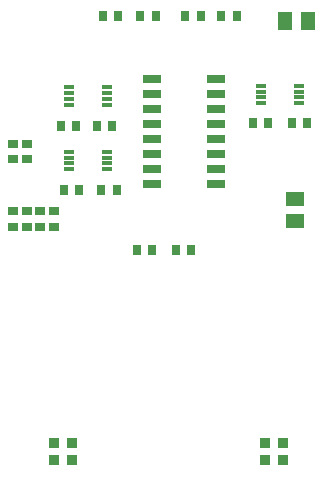
<source format=gbr>
G04 EAGLE Gerber RS-274X export*
G75*
%MOMM*%
%FSLAX34Y34*%
%LPD*%
%INSolderpaste Top*%
%IPPOS*%
%AMOC8*
5,1,8,0,0,1.08239X$1,22.5*%
G01*
%ADD10R,0.850000X0.300000*%
%ADD11R,0.900000X0.700000*%
%ADD12R,0.700000X0.900000*%
%ADD13R,1.525000X0.650000*%
%ADD14R,1.300000X1.500000*%
%ADD15R,0.950000X0.900000*%
%ADD16R,1.500000X1.300000*%


D10*
X291340Y312540D03*
X291340Y317540D03*
X291340Y322540D03*
X291340Y327540D03*
X259840Y327540D03*
X259840Y322540D03*
X259840Y317540D03*
X259840Y312540D03*
D11*
X60960Y278280D03*
X60960Y265280D03*
D10*
X128780Y256660D03*
X128780Y261660D03*
X128780Y266660D03*
X128780Y271660D03*
X97280Y271660D03*
X97280Y266660D03*
X97280Y261660D03*
X97280Y256660D03*
D12*
X187302Y187960D03*
X200302Y187960D03*
X298600Y295910D03*
X285600Y295910D03*
X252580Y295910D03*
X265580Y295910D03*
X137310Y238760D03*
X124310Y238760D03*
X92560Y238760D03*
X105560Y238760D03*
X154536Y187960D03*
X167536Y187960D03*
D13*
X221430Y243840D03*
X221430Y256540D03*
X221430Y269240D03*
X221430Y281940D03*
X221430Y294640D03*
X221430Y307340D03*
X221430Y320040D03*
X221430Y332740D03*
X167190Y332740D03*
X167190Y320040D03*
X167190Y307340D03*
X167190Y294640D03*
X167190Y281940D03*
X167190Y269240D03*
X167190Y256540D03*
X167190Y243840D03*
D12*
X170330Y386080D03*
X157330Y386080D03*
X138580Y386080D03*
X125580Y386080D03*
X195430Y386080D03*
X208430Y386080D03*
X225910Y386080D03*
X238910Y386080D03*
D11*
X49530Y221130D03*
X49530Y208130D03*
X60960Y221130D03*
X60960Y208130D03*
X72390Y221130D03*
X72390Y208130D03*
X83820Y221130D03*
X83820Y208130D03*
D10*
X128780Y311270D03*
X128780Y316270D03*
X128780Y321270D03*
X128780Y326270D03*
X97280Y326270D03*
X97280Y321270D03*
X97280Y316270D03*
X97280Y311270D03*
D12*
X133500Y293370D03*
X120500Y293370D03*
X90020Y293370D03*
X103020Y293370D03*
D14*
X299060Y382270D03*
X280060Y382270D03*
D15*
X99060Y10280D03*
X99060Y25280D03*
X278130Y10280D03*
X278130Y25280D03*
X262890Y10280D03*
X262890Y25280D03*
D11*
X49530Y278280D03*
X49530Y265280D03*
D16*
X288290Y212750D03*
X288290Y231750D03*
D15*
X83820Y10280D03*
X83820Y25280D03*
M02*

</source>
